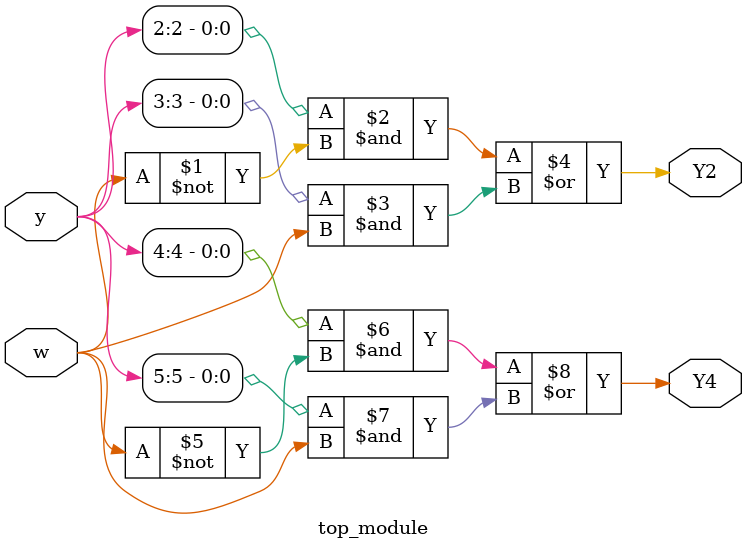
<source format=sv>
module top_module (
    input [6:1] y,
    input w,
    output Y2,
    output Y4
);

// Next-state logic for y[2] (state B and state C)
assign Y2 = (y[2] & ~w) | (y[3] & w);

// Next-state logic for y[4] (state D and state E)
assign Y4 = (y[4] & ~w) | (y[5] & w);

endmodule

</source>
